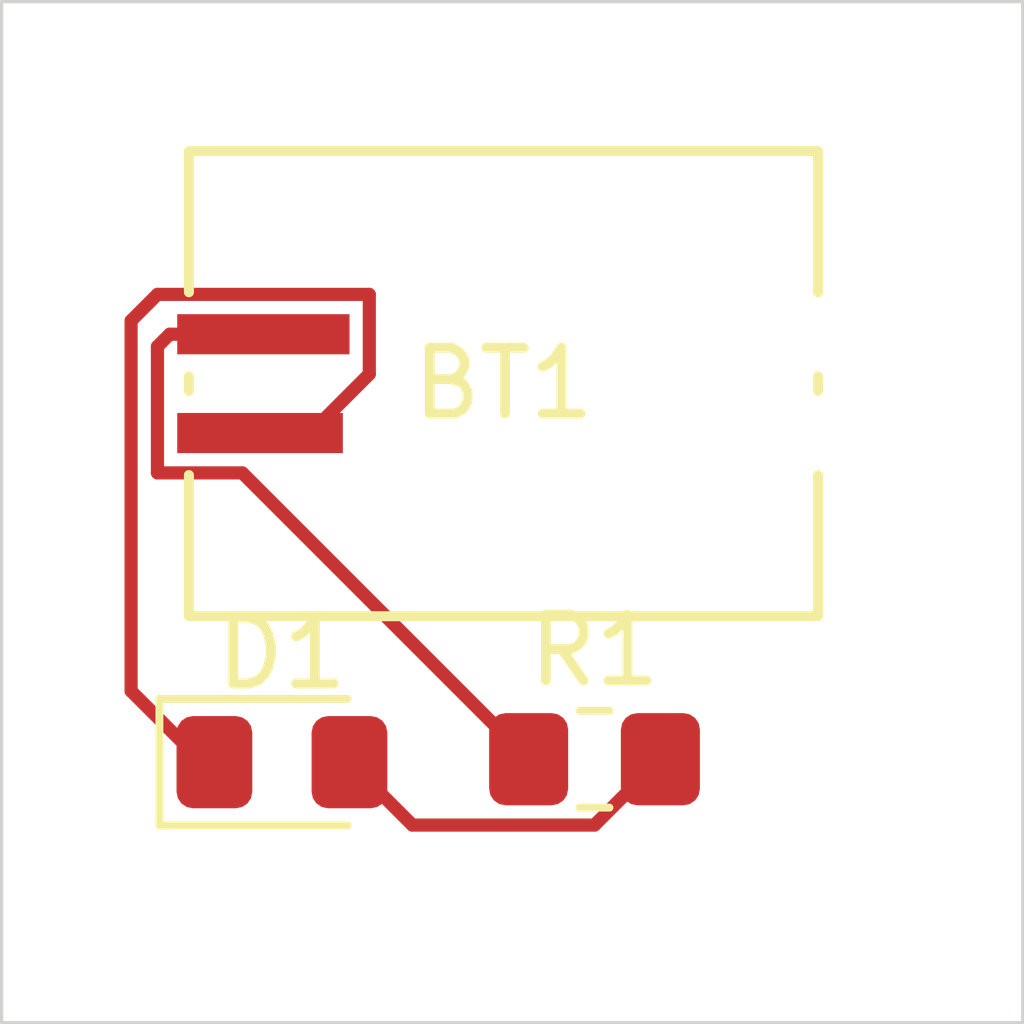
<source format=kicad_pcb>
(kicad_pcb (version 20240108) (generator "pcbnew") (generator_version "8.0")
  (title_block (title "LED Board") (date "10/8/24") (rev "v1.0") (company "Vir Shah"))
  (layers (0 "F.Cu" signal) (31 "B.Cu" signal) (34 "B.Paste" user) (35 "F.Paste" user) (36 "B.SilkS" user "B.Silkscreen") (37 "F.SilkS" user "F.Silkscreen") (38 "B.Mask" user) (39 "F.Mask" user) (44 "Edge.Cuts" user))
  (net 0 "")
  (net 1 "Net-(BT1--)")
  (net 2 "Net-(BT1-+)")
  (net 3 "Net-(D1-A)")
  (footprint "Resistor_SMD:R_0805_2012Metric_Pad1.20x1.40mm_HandSolder" (layer "F.Cu") (at 156.5 91)
    (property "Reference" "R1" (at 0 -1.65 0) (layer "F.SilkS"))
    (property "Value" "R")
    (fp_line (start -0.227064 -0.735) (end 0.227064 -0.735) (stroke (width 0.12)) (layer "F.SilkS"))
    (fp_line (start -0.227064 0.735) (end 0.227064 0.735) (stroke (width 0.12)) (layer "F.SilkS"))
    (pad "1" smd roundrect (at -1 0) (size 1.2 1.4) (layers "F.Cu" "F.Paste" "F.Mask") (roundrect_rratio 0.208333) (net 2 "Net-(BT1-+)"))
    (pad "2" smd roundrect (at 1 0) (size 1.2 1.4) (layers "F.Cu" "F.Paste" "F.Mask") (roundrect_rratio 0.208333) (net 3 "Net-(D1-A)"))
  )
  (footprint "FS_3_Global_Footprint_Library:MS621FE-FL11E_SEC" (layer "F.Cu") (at 155.1182 85.2988)
    (property "Reference" "BT1" (at 0 0 0) (layer "F.SilkS"))
    (property "Value" "Battery_Cell")
    (fp_line (start -4.7752 -3.5306) (end -4.7752 -1.387541) (stroke (width 0.1524)) (layer "F.SilkS"))
    (fp_line (start -4.7752 -0.112461) (end -4.7752 0.112461) (stroke (width 0.1524)) (layer "F.SilkS"))
    (fp_line (start -4.7752 1.387541) (end -4.7752 3.5306) (stroke (width 0.1524)) (layer "F.SilkS"))
    (fp_line (start -4.7752 3.5306) (end 4.7752 3.5306) (stroke (width 0.1524)) (layer "F.SilkS"))
    (fp_line (start 4.7752 -3.5306) (end -4.7752 -3.5306) (stroke (width 0.1524)) (layer "F.SilkS"))
    (fp_line (start 4.7752 -1.387541) (end 4.7752 -3.5306) (stroke (width 0.1524)) (layer "F.SilkS"))
    (fp_line (start 4.7752 0.112461) (end 4.7752 -0.112461) (stroke (width 0.1524)) (layer "F.SilkS"))
    (fp_line (start 4.7752 3.5306) (end 4.7752 1.387541) (stroke (width 0.1524)) (layer "F.SilkS"))
    (pad "1" smd rect (at -3.6449 -0.750001) (size 2.6162 0.6096) (layers "F.Cu" "F.Paste" "F.Mask") (net 2 "Net-(BT1-+)"))
    (pad "2" smd rect (at -3.6957 0.750001) (size 2.5146 0.6096) (layers "F.Cu" "F.Paste" "F.Mask") (net 1 "Net-(BT1--)"))
  )
  (footprint "Diode_SMD:D_0805_2012Metric_Pad1.15x1.40mm_HandSolder" (layer "F.Cu") (at 151.755 91.045)
    (property "Reference" "D1" (at 0 -1.65 0) (layer "F.SilkS"))
    (property "Value" "LED")
    (fp_line (start -1.86 -0.96) (end -1.86 0.96) (stroke (width 0.12)) (layer "F.SilkS"))
    (fp_line (start -1.86 0.96) (end 1 0.96) (stroke (width 0.12)) (layer "F.SilkS"))
    (fp_line (start 1 -0.96) (end -1.86 -0.96) (stroke (width 0.12)) (layer "F.SilkS"))
    (pad "1" smd roundrect (at -1.025 0) (size 1.15 1.4) (layers "F.Cu" "F.Paste" "F.Mask") (roundrect_rratio 0.217391) (net 1 "Net-(BT1--)"))
    (pad "2" smd roundrect (at 1.025 0) (size 1.15 1.4) (layers "F.Cu" "F.Paste" "F.Mask") (roundrect_rratio 0.217391) (net 3 "Net-(D1-A)"))
  )
  (gr_rect (start 147.5 79.5) (end 163 95) (stroke (width 0.05)) (fill none) (layer "Edge.Cuts"))
  (segment (start 149.4652 84.343999) (end 149.8652 83.943999) (width 0.2) (layer "F.Cu") (net 1))
  (segment (start 152.186198 86.048801) (end 151.4225 86.048801) (width 0.2) (layer "F.Cu") (net 1))
  (segment (start 153.0814 83.943999) (end 153.0814 85.153599) (width 0.2) (layer "F.Cu") (net 1))
  (segment (start 149.4652 89.9652) (end 149.4652 84.343999) (width 0.2) (layer "F.Cu") (net 1))
  (segment (start 150.73 91.045) (end 150.545 91.045) (width 0.2) (layer "F.Cu") (net 1))
  (segment (start 149.8652 83.943999) (end 153.0814 83.943999) (width 0.2) (layer "F.Cu") (net 1))
  (segment (start 153.0814 85.153599) (end 152.186198 86.048801) (width 0.2) (layer "F.Cu") (net 1))
  (segment (start 150.545 91.045) (end 149.4652 89.9652) (width 0.2) (layer "F.Cu") (net 1))
  (segment (start 151.153601 86.653601) (end 155.5 91) (width 0.2) (layer "F.Cu") (net 2))
  (segment (start 149.8652 86.653601) (end 151.153601 86.653601) (width 0.2) (layer "F.Cu") (net 2))
  (segment (start 151.4733 84.548799) (end 150.051201 84.548799) (width 0.2) (layer "F.Cu") (net 2))
  (segment (start 150.051201 84.548799) (end 149.8652 84.7348) (width 0.2) (layer "F.Cu") (net 2))
  (segment (start 149.8652 84.7348) (end 149.8652 86.653601) (width 0.2) (layer "F.Cu") (net 2))
  (segment (start 156.5 92) (end 153.735 92) (width 0.2) (layer "F.Cu") (net 3))
  (segment (start 153.735 92) (end 152.78 91.045) (width 0.2) (layer "F.Cu") (net 3))
  (segment (start 157.5 91) (end 156.5 92) (width 0.2) (layer "F.Cu") (net 3))
)
</source>
